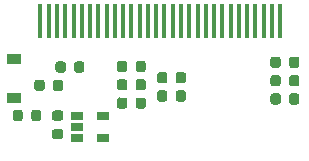
<source format=gbr>
%TF.GenerationSoftware,KiCad,Pcbnew,(5.1.6)-1*%
%TF.CreationDate,2020-09-30T17:33:36+08:00*%
%TF.ProjectId,Crenshaw,4372656e-7368-4617-972e-6b696361645f,rev?*%
%TF.SameCoordinates,Original*%
%TF.FileFunction,Paste,Top*%
%TF.FilePolarity,Positive*%
%FSLAX46Y46*%
G04 Gerber Fmt 4.6, Leading zero omitted, Abs format (unit mm)*
G04 Created by KiCad (PCBNEW (5.1.6)-1) date 2020-09-30 17:33:36*
%MOMM*%
%LPD*%
G01*
G04 APERTURE LIST*
%ADD10R,1.200000X0.900000*%
%ADD11R,0.400000X3.000000*%
%ADD12R,1.060000X0.650000*%
G04 APERTURE END LIST*
D10*
%TO.C,D1*%
X169650000Y-115850000D03*
X169650000Y-112550000D03*
%TD*%
D11*
%TO.C,P1*%
X181650000Y-109350000D03*
X182350000Y-109350000D03*
X171850000Y-109350000D03*
X172550000Y-109350000D03*
X173250000Y-109350000D03*
X173950000Y-109350000D03*
X174650000Y-109350000D03*
X175350000Y-109350000D03*
X176050000Y-109350000D03*
X176750000Y-109350000D03*
X177450000Y-109350000D03*
X178150000Y-109350000D03*
X178850000Y-109350000D03*
X179550000Y-109350000D03*
X180300000Y-109350000D03*
X180950000Y-109350000D03*
X183050000Y-109350000D03*
X183750000Y-109350000D03*
X184450000Y-109350000D03*
X185150000Y-109350000D03*
X185850000Y-109350000D03*
X186550000Y-109350000D03*
X187250000Y-109350000D03*
X187950000Y-109350000D03*
X188650000Y-109350000D03*
X189350000Y-109350000D03*
X190050000Y-109350000D03*
X190750000Y-109350000D03*
X191450000Y-109350000D03*
X192150000Y-109350000D03*
%TD*%
%TO.C,R4*%
G36*
G01*
X173043750Y-116925000D02*
X173556250Y-116925000D01*
G75*
G02*
X173775000Y-117143750I0J-218750D01*
G01*
X173775000Y-117581250D01*
G75*
G02*
X173556250Y-117800000I-218750J0D01*
G01*
X173043750Y-117800000D01*
G75*
G02*
X172825000Y-117581250I0J218750D01*
G01*
X172825000Y-117143750D01*
G75*
G02*
X173043750Y-116925000I218750J0D01*
G01*
G37*
G36*
G01*
X173043750Y-118500000D02*
X173556250Y-118500000D01*
G75*
G02*
X173775000Y-118718750I0J-218750D01*
G01*
X173775000Y-119156250D01*
G75*
G02*
X173556250Y-119375000I-218750J0D01*
G01*
X173043750Y-119375000D01*
G75*
G02*
X172825000Y-119156250I0J218750D01*
G01*
X172825000Y-118718750D01*
G75*
G02*
X173043750Y-118500000I218750J0D01*
G01*
G37*
%TD*%
%TO.C,R3*%
G36*
G01*
X181724999Y-115956250D02*
X181724999Y-115443750D01*
G75*
G02*
X181943749Y-115225000I218750J0D01*
G01*
X182381249Y-115225000D01*
G75*
G02*
X182599999Y-115443750I0J-218750D01*
G01*
X182599999Y-115956250D01*
G75*
G02*
X182381249Y-116175000I-218750J0D01*
G01*
X181943749Y-116175000D01*
G75*
G02*
X181724999Y-115956250I0J218750D01*
G01*
G37*
G36*
G01*
X183299999Y-115956250D02*
X183299999Y-115443750D01*
G75*
G02*
X183518749Y-115225000I218750J0D01*
G01*
X183956249Y-115225000D01*
G75*
G02*
X184174999Y-115443750I0J-218750D01*
G01*
X184174999Y-115956250D01*
G75*
G02*
X183956249Y-116175000I-218750J0D01*
G01*
X183518749Y-116175000D01*
G75*
G02*
X183299999Y-115956250I0J218750D01*
G01*
G37*
%TD*%
%TO.C,R2*%
G36*
G01*
X181725000Y-114406250D02*
X181725000Y-113893750D01*
G75*
G02*
X181943750Y-113675000I218750J0D01*
G01*
X182381250Y-113675000D01*
G75*
G02*
X182600000Y-113893750I0J-218750D01*
G01*
X182600000Y-114406250D01*
G75*
G02*
X182381250Y-114625000I-218750J0D01*
G01*
X181943750Y-114625000D01*
G75*
G02*
X181725000Y-114406250I0J218750D01*
G01*
G37*
G36*
G01*
X183300000Y-114406250D02*
X183300000Y-113893750D01*
G75*
G02*
X183518750Y-113675000I218750J0D01*
G01*
X183956250Y-113675000D01*
G75*
G02*
X184175000Y-113893750I0J-218750D01*
G01*
X184175000Y-114406250D01*
G75*
G02*
X183956250Y-114625000I-218750J0D01*
G01*
X183518750Y-114625000D01*
G75*
G02*
X183300000Y-114406250I0J218750D01*
G01*
G37*
%TD*%
%TO.C,R1*%
G36*
G01*
X191325000Y-116206250D02*
X191325000Y-115693750D01*
G75*
G02*
X191543750Y-115475000I218750J0D01*
G01*
X191981250Y-115475000D01*
G75*
G02*
X192200000Y-115693750I0J-218750D01*
G01*
X192200000Y-116206250D01*
G75*
G02*
X191981250Y-116425000I-218750J0D01*
G01*
X191543750Y-116425000D01*
G75*
G02*
X191325000Y-116206250I0J218750D01*
G01*
G37*
G36*
G01*
X192900000Y-116206250D02*
X192900000Y-115693750D01*
G75*
G02*
X193118750Y-115475000I218750J0D01*
G01*
X193556250Y-115475000D01*
G75*
G02*
X193775000Y-115693750I0J-218750D01*
G01*
X193775000Y-116206250D01*
G75*
G02*
X193556250Y-116425000I-218750J0D01*
G01*
X193118750Y-116425000D01*
G75*
G02*
X192900000Y-116206250I0J218750D01*
G01*
G37*
%TD*%
%TO.C,C8*%
G36*
G01*
X178325000Y-116556250D02*
X178325000Y-116043750D01*
G75*
G02*
X178543750Y-115825000I218750J0D01*
G01*
X178981250Y-115825000D01*
G75*
G02*
X179200000Y-116043750I0J-218750D01*
G01*
X179200000Y-116556250D01*
G75*
G02*
X178981250Y-116775000I-218750J0D01*
G01*
X178543750Y-116775000D01*
G75*
G02*
X178325000Y-116556250I0J218750D01*
G01*
G37*
G36*
G01*
X179900000Y-116556250D02*
X179900000Y-116043750D01*
G75*
G02*
X180118750Y-115825000I218750J0D01*
G01*
X180556250Y-115825000D01*
G75*
G02*
X180775000Y-116043750I0J-218750D01*
G01*
X180775000Y-116556250D01*
G75*
G02*
X180556250Y-116775000I-218750J0D01*
G01*
X180118750Y-116775000D01*
G75*
G02*
X179900000Y-116556250I0J218750D01*
G01*
G37*
%TD*%
%TO.C,C7*%
G36*
G01*
X171937500Y-117093750D02*
X171937500Y-117606250D01*
G75*
G02*
X171718750Y-117825000I-218750J0D01*
G01*
X171281250Y-117825000D01*
G75*
G02*
X171062500Y-117606250I0J218750D01*
G01*
X171062500Y-117093750D01*
G75*
G02*
X171281250Y-116875000I218750J0D01*
G01*
X171718750Y-116875000D01*
G75*
G02*
X171937500Y-117093750I0J-218750D01*
G01*
G37*
G36*
G01*
X170362500Y-117093750D02*
X170362500Y-117606250D01*
G75*
G02*
X170143750Y-117825000I-218750J0D01*
G01*
X169706250Y-117825000D01*
G75*
G02*
X169487500Y-117606250I0J218750D01*
G01*
X169487500Y-117093750D01*
G75*
G02*
X169706250Y-116875000I218750J0D01*
G01*
X170143750Y-116875000D01*
G75*
G02*
X170362500Y-117093750I0J-218750D01*
G01*
G37*
%TD*%
%TO.C,C6*%
G36*
G01*
X178324999Y-115006248D02*
X178324999Y-114493748D01*
G75*
G02*
X178543749Y-114274998I218750J0D01*
G01*
X178981249Y-114274998D01*
G75*
G02*
X179199999Y-114493748I0J-218750D01*
G01*
X179199999Y-115006248D01*
G75*
G02*
X178981249Y-115224998I-218750J0D01*
G01*
X178543749Y-115224998D01*
G75*
G02*
X178324999Y-115006248I0J218750D01*
G01*
G37*
G36*
G01*
X179899999Y-115006248D02*
X179899999Y-114493748D01*
G75*
G02*
X180118749Y-114274998I218750J0D01*
G01*
X180556249Y-114274998D01*
G75*
G02*
X180774999Y-114493748I0J-218750D01*
G01*
X180774999Y-115006248D01*
G75*
G02*
X180556249Y-115224998I-218750J0D01*
G01*
X180118749Y-115224998D01*
G75*
G02*
X179899999Y-115006248I0J218750D01*
G01*
G37*
%TD*%
%TO.C,C5*%
G36*
G01*
X178325001Y-113456249D02*
X178325001Y-112943749D01*
G75*
G02*
X178543751Y-112724999I218750J0D01*
G01*
X178981251Y-112724999D01*
G75*
G02*
X179200001Y-112943749I0J-218750D01*
G01*
X179200001Y-113456249D01*
G75*
G02*
X178981251Y-113674999I-218750J0D01*
G01*
X178543751Y-113674999D01*
G75*
G02*
X178325001Y-113456249I0J218750D01*
G01*
G37*
G36*
G01*
X179900001Y-113456249D02*
X179900001Y-112943749D01*
G75*
G02*
X180118751Y-112724999I218750J0D01*
G01*
X180556251Y-112724999D01*
G75*
G02*
X180775001Y-112943749I0J-218750D01*
G01*
X180775001Y-113456249D01*
G75*
G02*
X180556251Y-113674999I-218750J0D01*
G01*
X180118751Y-113674999D01*
G75*
G02*
X179900001Y-113456249I0J218750D01*
G01*
G37*
%TD*%
%TO.C,C4*%
G36*
G01*
X193775001Y-112593751D02*
X193775001Y-113106251D01*
G75*
G02*
X193556251Y-113325001I-218750J0D01*
G01*
X193118751Y-113325001D01*
G75*
G02*
X192900001Y-113106251I0J218750D01*
G01*
X192900001Y-112593751D01*
G75*
G02*
X193118751Y-112375001I218750J0D01*
G01*
X193556251Y-112375001D01*
G75*
G02*
X193775001Y-112593751I0J-218750D01*
G01*
G37*
G36*
G01*
X192200001Y-112593751D02*
X192200001Y-113106251D01*
G75*
G02*
X191981251Y-113325001I-218750J0D01*
G01*
X191543751Y-113325001D01*
G75*
G02*
X191325001Y-113106251I0J218750D01*
G01*
X191325001Y-112593751D01*
G75*
G02*
X191543751Y-112375001I218750J0D01*
G01*
X191981251Y-112375001D01*
G75*
G02*
X192200001Y-112593751I0J-218750D01*
G01*
G37*
%TD*%
%TO.C,C3*%
G36*
G01*
X175575000Y-112993750D02*
X175575000Y-113506250D01*
G75*
G02*
X175356250Y-113725000I-218750J0D01*
G01*
X174918750Y-113725000D01*
G75*
G02*
X174700000Y-113506250I0J218750D01*
G01*
X174700000Y-112993750D01*
G75*
G02*
X174918750Y-112775000I218750J0D01*
G01*
X175356250Y-112775000D01*
G75*
G02*
X175575000Y-112993750I0J-218750D01*
G01*
G37*
G36*
G01*
X174000000Y-112993750D02*
X174000000Y-113506250D01*
G75*
G02*
X173781250Y-113725000I-218750J0D01*
G01*
X173343750Y-113725000D01*
G75*
G02*
X173125000Y-113506250I0J218750D01*
G01*
X173125000Y-112993750D01*
G75*
G02*
X173343750Y-112775000I218750J0D01*
G01*
X173781250Y-112775000D01*
G75*
G02*
X174000000Y-112993750I0J-218750D01*
G01*
G37*
%TD*%
%TO.C,C2*%
G36*
G01*
X193775001Y-114143750D02*
X193775001Y-114656250D01*
G75*
G02*
X193556251Y-114875000I-218750J0D01*
G01*
X193118751Y-114875000D01*
G75*
G02*
X192900001Y-114656250I0J218750D01*
G01*
X192900001Y-114143750D01*
G75*
G02*
X193118751Y-113925000I218750J0D01*
G01*
X193556251Y-113925000D01*
G75*
G02*
X193775001Y-114143750I0J-218750D01*
G01*
G37*
G36*
G01*
X192200001Y-114143750D02*
X192200001Y-114656250D01*
G75*
G02*
X191981251Y-114875000I-218750J0D01*
G01*
X191543751Y-114875000D01*
G75*
G02*
X191325001Y-114656250I0J218750D01*
G01*
X191325001Y-114143750D01*
G75*
G02*
X191543751Y-113925000I218750J0D01*
G01*
X191981251Y-113925000D01*
G75*
G02*
X192200001Y-114143750I0J-218750D01*
G01*
G37*
%TD*%
%TO.C,C1*%
G36*
G01*
X173775000Y-114543750D02*
X173775000Y-115056250D01*
G75*
G02*
X173556250Y-115275000I-218750J0D01*
G01*
X173118750Y-115275000D01*
G75*
G02*
X172900000Y-115056250I0J218750D01*
G01*
X172900000Y-114543750D01*
G75*
G02*
X173118750Y-114325000I218750J0D01*
G01*
X173556250Y-114325000D01*
G75*
G02*
X173775000Y-114543750I0J-218750D01*
G01*
G37*
G36*
G01*
X172200000Y-114543750D02*
X172200000Y-115056250D01*
G75*
G02*
X171981250Y-115275000I-218750J0D01*
G01*
X171543750Y-115275000D01*
G75*
G02*
X171325000Y-115056250I0J218750D01*
G01*
X171325000Y-114543750D01*
G75*
G02*
X171543750Y-114325000I218750J0D01*
G01*
X171981250Y-114325000D01*
G75*
G02*
X172200000Y-114543750I0J-218750D01*
G01*
G37*
%TD*%
D12*
%TO.C,U1*%
X174950000Y-117350000D03*
X174950000Y-118300000D03*
X174950000Y-119250000D03*
X177150000Y-119250000D03*
X177150000Y-117350000D03*
%TD*%
M02*

</source>
